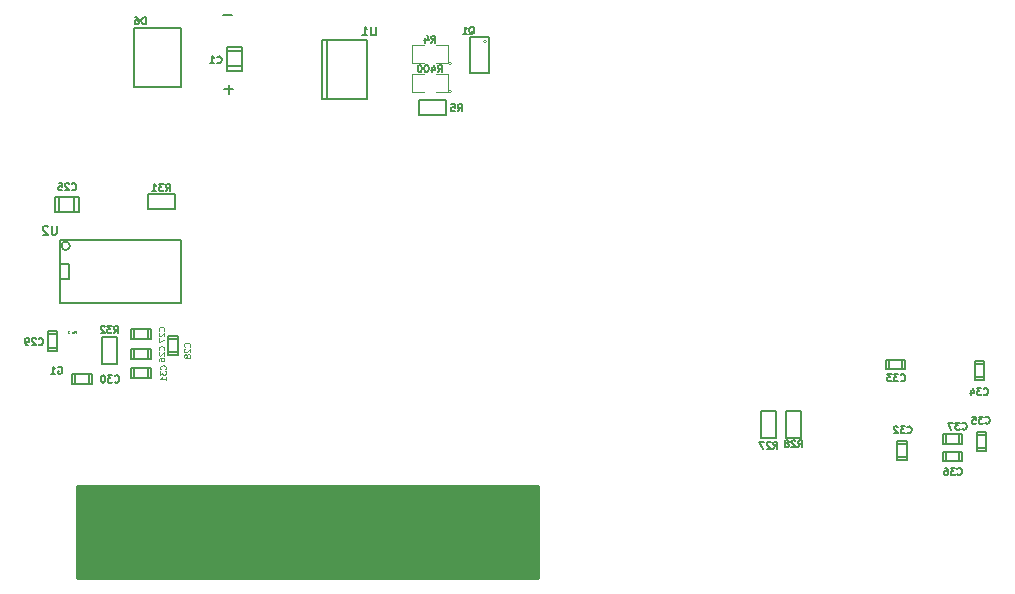
<source format=gbo>
%FSLAX46Y46*%
G04 Gerber Fmt 4.6, Leading zero omitted, Abs format (unit mm)*
G04 Created by KiCad (PCBNEW (2014-08-26 BZR 5101)-product) date Sat 30 Aug 2014 02:39:02 AM EDT*
%MOMM*%
G01*
G04 APERTURE LIST*
%ADD10C,0.100000*%
%ADD11C,0.050000*%
%ADD12C,0.127000*%
%ADD13C,0.200000*%
%ADD14C,0.099060*%
%ADD15C,0.150000*%
%ADD16C,0.125000*%
%ADD17C,0.187500*%
%ADD18C,0.254000*%
G04 APERTURE END LIST*
D10*
D11*
X87861904Y-58040476D02*
X87861904Y-57840476D01*
X87785713Y-57840476D01*
X87766666Y-57850000D01*
X87757142Y-57859524D01*
X87747618Y-57878571D01*
X87747618Y-57907143D01*
X87757142Y-57926190D01*
X87766666Y-57935714D01*
X87785713Y-57945238D01*
X87861904Y-57945238D01*
X87661904Y-58040476D02*
X87661904Y-57907143D01*
X87661904Y-57840476D02*
X87671428Y-57850000D01*
X87661904Y-57859524D01*
X87652380Y-57850000D01*
X87661904Y-57840476D01*
X87661904Y-57859524D01*
X87566666Y-57907143D02*
X87566666Y-58040476D01*
X87566666Y-57926190D02*
X87557142Y-57916667D01*
X87538095Y-57907143D01*
X87509523Y-57907143D01*
X87490475Y-57916667D01*
X87480952Y-57935714D01*
X87480952Y-58040476D01*
X87128571Y-58040476D02*
X87242857Y-58040476D01*
X87185714Y-58040476D02*
X87185714Y-57840476D01*
X87204762Y-57869048D01*
X87223809Y-57888095D01*
X87242857Y-57897619D01*
D12*
X100615000Y-35435000D02*
X101885000Y-35435000D01*
X100615000Y-34165000D02*
X101859600Y-34165000D01*
X100615000Y-33784000D02*
X100615000Y-35816000D01*
X100615000Y-35816000D02*
X101885000Y-35816000D01*
X101885000Y-35816000D02*
X101885000Y-33784000D01*
X101885000Y-33784000D02*
X100615000Y-33784000D01*
X87685000Y-47785000D02*
X87685000Y-46515000D01*
X86415000Y-47785000D02*
X86415000Y-46540400D01*
X86034000Y-47785000D02*
X88066000Y-47785000D01*
X88066000Y-47785000D02*
X88066000Y-46515000D01*
X88066000Y-46515000D02*
X86034000Y-46515000D01*
X86034000Y-46515000D02*
X86034000Y-47785000D01*
X92791200Y-60206400D02*
X92791200Y-59393600D01*
X93908800Y-59419000D02*
X93908800Y-60206400D01*
X94162800Y-59393600D02*
X92537200Y-59393600D01*
X92537200Y-59393600D02*
X92537200Y-60206400D01*
X92537200Y-60206400D02*
X94162800Y-60206400D01*
X94162800Y-60206400D02*
X94162800Y-59393600D01*
X92791200Y-58506400D02*
X92791200Y-57693600D01*
X93908800Y-57719000D02*
X93908800Y-58506400D01*
X94162800Y-57693600D02*
X92537200Y-57693600D01*
X92537200Y-57693600D02*
X92537200Y-58506400D01*
X92537200Y-58506400D02*
X94162800Y-58506400D01*
X94162800Y-58506400D02*
X94162800Y-57693600D01*
X95673600Y-58551200D02*
X96486400Y-58551200D01*
X96461000Y-59668800D02*
X95673600Y-59668800D01*
X96486400Y-59922800D02*
X96486400Y-58297200D01*
X96486400Y-58297200D02*
X95673600Y-58297200D01*
X95673600Y-58297200D02*
X95673600Y-59922800D01*
X95673600Y-59922800D02*
X96486400Y-59922800D01*
X85443600Y-58141200D02*
X86256400Y-58141200D01*
X86231000Y-59258800D02*
X85443600Y-59258800D01*
X86256400Y-59512800D02*
X86256400Y-57887200D01*
X86256400Y-57887200D02*
X85443600Y-57887200D01*
X85443600Y-57887200D02*
X85443600Y-59512800D01*
X85443600Y-59512800D02*
X86256400Y-59512800D01*
X88908800Y-61493600D02*
X88908800Y-62306400D01*
X87791200Y-62281000D02*
X87791200Y-61493600D01*
X87537200Y-62306400D02*
X89162800Y-62306400D01*
X89162800Y-62306400D02*
X89162800Y-61493600D01*
X89162800Y-61493600D02*
X87537200Y-61493600D01*
X87537200Y-61493600D02*
X87537200Y-62306400D01*
X92791200Y-61806400D02*
X92791200Y-60993600D01*
X93908800Y-61019000D02*
X93908800Y-61806400D01*
X94162800Y-60993600D02*
X92537200Y-60993600D01*
X92537200Y-60993600D02*
X92537200Y-61806400D01*
X92537200Y-61806400D02*
X94162800Y-61806400D01*
X94162800Y-61806400D02*
X94162800Y-60993600D01*
X158206400Y-68508800D02*
X157393600Y-68508800D01*
X157419000Y-67391200D02*
X158206400Y-67391200D01*
X157393600Y-67137200D02*
X157393600Y-68762800D01*
X157393600Y-68762800D02*
X158206400Y-68762800D01*
X158206400Y-68762800D02*
X158206400Y-67137200D01*
X158206400Y-67137200D02*
X157393600Y-67137200D01*
X156691200Y-61106400D02*
X156691200Y-60293600D01*
X157808800Y-60319000D02*
X157808800Y-61106400D01*
X158062800Y-60293600D02*
X156437200Y-60293600D01*
X156437200Y-60293600D02*
X156437200Y-61106400D01*
X156437200Y-61106400D02*
X158062800Y-61106400D01*
X158062800Y-61106400D02*
X158062800Y-60293600D01*
X163943600Y-60641200D02*
X164756400Y-60641200D01*
X164731000Y-61758800D02*
X163943600Y-61758800D01*
X164756400Y-62012800D02*
X164756400Y-60387200D01*
X164756400Y-60387200D02*
X163943600Y-60387200D01*
X163943600Y-60387200D02*
X163943600Y-62012800D01*
X163943600Y-62012800D02*
X164756400Y-62012800D01*
X164926400Y-67748800D02*
X164113600Y-67748800D01*
X164139000Y-66631200D02*
X164926400Y-66631200D01*
X164113600Y-66377200D02*
X164113600Y-68002800D01*
X164113600Y-68002800D02*
X164926400Y-68002800D01*
X164926400Y-68002800D02*
X164926400Y-66377200D01*
X164926400Y-66377200D02*
X164113600Y-66377200D01*
X162608800Y-68093600D02*
X162608800Y-68906400D01*
X161491200Y-68881000D02*
X161491200Y-68093600D01*
X161237200Y-68906400D02*
X162862800Y-68906400D01*
X162862800Y-68906400D02*
X162862800Y-68093600D01*
X162862800Y-68093600D02*
X161237200Y-68093600D01*
X161237200Y-68093600D02*
X161237200Y-68906400D01*
X162608800Y-66593600D02*
X162608800Y-67406400D01*
X161491200Y-67381000D02*
X161491200Y-66593600D01*
X161237200Y-67406400D02*
X162862800Y-67406400D01*
X162862800Y-67406400D02*
X162862800Y-66593600D01*
X162862800Y-66593600D02*
X161237200Y-66593600D01*
X161237200Y-66593600D02*
X161237200Y-67406400D01*
D13*
X92750000Y-37200000D02*
X96750000Y-37200000D01*
X92750000Y-32200000D02*
X92750000Y-37200000D01*
X96750000Y-32200000D02*
X92750000Y-32200000D01*
X96750000Y-37200000D02*
X96750000Y-32200000D01*
D10*
X122591421Y-33350000D02*
G75*
G03X122591421Y-33350000I-141421J0D01*
G74*
G01*
D13*
X121200000Y-36000000D02*
X122800000Y-36000000D01*
X121200000Y-33000000D02*
X121200000Y-36000000D01*
X122800000Y-33000000D02*
X121200000Y-33000000D01*
X122800000Y-36000000D02*
X122800000Y-33000000D01*
D14*
X119628000Y-35212000D02*
G75*
G03X119628000Y-35212000I-127000J0D01*
G74*
G01*
X118358000Y-35212000D02*
X119374000Y-35212000D01*
X119374000Y-35212000D02*
X119374000Y-33688000D01*
X119374000Y-33688000D02*
X118358000Y-33688000D01*
X117342000Y-33688000D02*
X116326000Y-33688000D01*
X116326000Y-33688000D02*
X116326000Y-35212000D01*
X116326000Y-35212000D02*
X117342000Y-35212000D01*
D12*
X116907000Y-39585000D02*
X119193000Y-39585000D01*
X119193000Y-39585000D02*
X119193000Y-38315000D01*
X119193000Y-38315000D02*
X116907000Y-38315000D01*
X116907000Y-38315000D02*
X116907000Y-39585000D01*
X145815000Y-64657000D02*
X145815000Y-66943000D01*
X145815000Y-66943000D02*
X147085000Y-66943000D01*
X147085000Y-66943000D02*
X147085000Y-64657000D01*
X147085000Y-64657000D02*
X145815000Y-64657000D01*
X149235000Y-66943000D02*
X149235000Y-64657000D01*
X149235000Y-64657000D02*
X147965000Y-64657000D01*
X147965000Y-64657000D02*
X147965000Y-66943000D01*
X147965000Y-66943000D02*
X149235000Y-66943000D01*
X93907000Y-47535000D02*
X96193000Y-47535000D01*
X96193000Y-47535000D02*
X96193000Y-46265000D01*
X96193000Y-46265000D02*
X93907000Y-46265000D01*
X93907000Y-46265000D02*
X93907000Y-47535000D01*
X91335000Y-60693000D02*
X91335000Y-58407000D01*
X91335000Y-58407000D02*
X90065000Y-58407000D01*
X90065000Y-58407000D02*
X90065000Y-60693000D01*
X90065000Y-60693000D02*
X91335000Y-60693000D01*
D14*
X119628000Y-37612000D02*
G75*
G03X119628000Y-37612000I-127000J0D01*
G74*
G01*
X118358000Y-37612000D02*
X119374000Y-37612000D01*
X119374000Y-37612000D02*
X119374000Y-36088000D01*
X119374000Y-36088000D02*
X118358000Y-36088000D01*
X117342000Y-36088000D02*
X116326000Y-36088000D01*
X116326000Y-36088000D02*
X116326000Y-37612000D01*
X116326000Y-37612000D02*
X117342000Y-37612000D01*
D13*
X109100000Y-38200000D02*
X109100000Y-33200000D01*
X112500000Y-38200000D02*
X112450000Y-38200000D01*
X112500000Y-33200000D02*
X112500000Y-38200000D01*
X108700000Y-33200000D02*
X112500000Y-33200000D01*
X108700000Y-38200000D02*
X108700000Y-33200000D01*
X112500000Y-38200000D02*
X108700000Y-38200000D01*
D12*
X87337210Y-50641000D02*
G75*
G03X87337210Y-50641000I-359210J0D01*
G74*
G01*
X86470000Y-53435000D02*
X87232000Y-53435000D01*
X87232000Y-53435000D02*
X87232000Y-52165000D01*
X87232000Y-52165000D02*
X86470000Y-52165000D01*
X96757000Y-50133000D02*
X86470000Y-50133000D01*
X86470000Y-55467000D02*
X96757000Y-55467000D01*
X86470000Y-55467000D02*
X86470000Y-50133000D01*
X96757000Y-55467000D02*
X96757000Y-50133000D01*
D15*
X99800000Y-35134286D02*
X99828571Y-35162857D01*
X99914285Y-35191429D01*
X99971428Y-35191429D01*
X100057143Y-35162857D01*
X100114285Y-35105714D01*
X100142857Y-35048571D01*
X100171428Y-34934286D01*
X100171428Y-34848571D01*
X100142857Y-34734286D01*
X100114285Y-34677143D01*
X100057143Y-34620000D01*
X99971428Y-34591429D01*
X99914285Y-34591429D01*
X99828571Y-34620000D01*
X99800000Y-34648571D01*
X99228571Y-35191429D02*
X99571428Y-35191429D01*
X99400000Y-35191429D02*
X99400000Y-34591429D01*
X99457143Y-34677143D01*
X99514285Y-34734286D01*
X99571428Y-34762857D01*
X87485715Y-45884286D02*
X87514286Y-45912857D01*
X87600000Y-45941429D01*
X87657143Y-45941429D01*
X87742858Y-45912857D01*
X87800000Y-45855714D01*
X87828572Y-45798571D01*
X87857143Y-45684286D01*
X87857143Y-45598571D01*
X87828572Y-45484286D01*
X87800000Y-45427143D01*
X87742858Y-45370000D01*
X87657143Y-45341429D01*
X87600000Y-45341429D01*
X87514286Y-45370000D01*
X87485715Y-45398571D01*
X87257143Y-45398571D02*
X87228572Y-45370000D01*
X87171429Y-45341429D01*
X87028572Y-45341429D01*
X86971429Y-45370000D01*
X86942858Y-45398571D01*
X86914286Y-45455714D01*
X86914286Y-45512857D01*
X86942858Y-45598571D01*
X87285715Y-45941429D01*
X86914286Y-45941429D01*
X86371429Y-45341429D02*
X86657143Y-45341429D01*
X86685714Y-45627143D01*
X86657143Y-45598571D01*
X86600000Y-45570000D01*
X86457143Y-45570000D01*
X86400000Y-45598571D01*
X86371429Y-45627143D01*
X86342857Y-45684286D01*
X86342857Y-45827143D01*
X86371429Y-45884286D01*
X86400000Y-45912857D01*
X86457143Y-45941429D01*
X86600000Y-45941429D01*
X86657143Y-45912857D01*
X86685714Y-45884286D01*
D16*
X95288571Y-59468572D02*
X95312381Y-59444762D01*
X95336190Y-59373334D01*
X95336190Y-59325715D01*
X95312381Y-59254286D01*
X95264762Y-59206667D01*
X95217143Y-59182858D01*
X95121905Y-59159048D01*
X95050476Y-59159048D01*
X94955238Y-59182858D01*
X94907619Y-59206667D01*
X94860000Y-59254286D01*
X94836190Y-59325715D01*
X94836190Y-59373334D01*
X94860000Y-59444762D01*
X94883810Y-59468572D01*
X94883810Y-59659048D02*
X94860000Y-59682858D01*
X94836190Y-59730477D01*
X94836190Y-59849524D01*
X94860000Y-59897143D01*
X94883810Y-59920953D01*
X94931429Y-59944762D01*
X94979048Y-59944762D01*
X95050476Y-59920953D01*
X95336190Y-59635239D01*
X95336190Y-59944762D01*
X94836190Y-60373333D02*
X94836190Y-60278095D01*
X94860000Y-60230476D01*
X94883810Y-60206667D01*
X94955238Y-60159048D01*
X95050476Y-60135238D01*
X95240952Y-60135238D01*
X95288571Y-60159048D01*
X95312381Y-60182857D01*
X95336190Y-60230476D01*
X95336190Y-60325714D01*
X95312381Y-60373333D01*
X95288571Y-60397143D01*
X95240952Y-60420952D01*
X95121905Y-60420952D01*
X95074286Y-60397143D01*
X95050476Y-60373333D01*
X95026667Y-60325714D01*
X95026667Y-60230476D01*
X95050476Y-60182857D01*
X95074286Y-60159048D01*
X95121905Y-60135238D01*
X95288571Y-57838572D02*
X95312381Y-57814762D01*
X95336190Y-57743334D01*
X95336190Y-57695715D01*
X95312381Y-57624286D01*
X95264762Y-57576667D01*
X95217143Y-57552858D01*
X95121905Y-57529048D01*
X95050476Y-57529048D01*
X94955238Y-57552858D01*
X94907619Y-57576667D01*
X94860000Y-57624286D01*
X94836190Y-57695715D01*
X94836190Y-57743334D01*
X94860000Y-57814762D01*
X94883810Y-57838572D01*
X94883810Y-58029048D02*
X94860000Y-58052858D01*
X94836190Y-58100477D01*
X94836190Y-58219524D01*
X94860000Y-58267143D01*
X94883810Y-58290953D01*
X94931429Y-58314762D01*
X94979048Y-58314762D01*
X95050476Y-58290953D01*
X95336190Y-58005239D01*
X95336190Y-58314762D01*
X94836190Y-58481429D02*
X94836190Y-58814762D01*
X95336190Y-58600476D01*
D10*
X97458571Y-59178572D02*
X97482381Y-59154762D01*
X97506190Y-59083334D01*
X97506190Y-59035715D01*
X97482381Y-58964286D01*
X97434762Y-58916667D01*
X97387143Y-58892858D01*
X97291905Y-58869048D01*
X97220476Y-58869048D01*
X97125238Y-58892858D01*
X97077619Y-58916667D01*
X97030000Y-58964286D01*
X97006190Y-59035715D01*
X97006190Y-59083334D01*
X97030000Y-59154762D01*
X97053810Y-59178572D01*
X97053810Y-59369048D02*
X97030000Y-59392858D01*
X97006190Y-59440477D01*
X97006190Y-59559524D01*
X97030000Y-59607143D01*
X97053810Y-59630953D01*
X97101429Y-59654762D01*
X97149048Y-59654762D01*
X97220476Y-59630953D01*
X97506190Y-59345239D01*
X97506190Y-59654762D01*
X97220476Y-59940476D02*
X97196667Y-59892857D01*
X97172857Y-59869048D01*
X97125238Y-59845238D01*
X97101429Y-59845238D01*
X97053810Y-59869048D01*
X97030000Y-59892857D01*
X97006190Y-59940476D01*
X97006190Y-60035714D01*
X97030000Y-60083333D01*
X97053810Y-60107143D01*
X97101429Y-60130952D01*
X97125238Y-60130952D01*
X97172857Y-60107143D01*
X97196667Y-60083333D01*
X97220476Y-60035714D01*
X97220476Y-59940476D01*
X97244286Y-59892857D01*
X97268095Y-59869048D01*
X97315714Y-59845238D01*
X97410952Y-59845238D01*
X97458571Y-59869048D01*
X97482381Y-59892857D01*
X97506190Y-59940476D01*
X97506190Y-60035714D01*
X97482381Y-60083333D01*
X97458571Y-60107143D01*
X97410952Y-60130952D01*
X97315714Y-60130952D01*
X97268095Y-60107143D01*
X97244286Y-60083333D01*
X97220476Y-60035714D01*
D15*
X84675715Y-58984286D02*
X84704286Y-59012857D01*
X84790000Y-59041429D01*
X84847143Y-59041429D01*
X84932858Y-59012857D01*
X84990000Y-58955714D01*
X85018572Y-58898571D01*
X85047143Y-58784286D01*
X85047143Y-58698571D01*
X85018572Y-58584286D01*
X84990000Y-58527143D01*
X84932858Y-58470000D01*
X84847143Y-58441429D01*
X84790000Y-58441429D01*
X84704286Y-58470000D01*
X84675715Y-58498571D01*
X84447143Y-58498571D02*
X84418572Y-58470000D01*
X84361429Y-58441429D01*
X84218572Y-58441429D01*
X84161429Y-58470000D01*
X84132858Y-58498571D01*
X84104286Y-58555714D01*
X84104286Y-58612857D01*
X84132858Y-58698571D01*
X84475715Y-59041429D01*
X84104286Y-59041429D01*
X83818571Y-59041429D02*
X83704286Y-59041429D01*
X83647143Y-59012857D01*
X83618571Y-58984286D01*
X83561429Y-58898571D01*
X83532857Y-58784286D01*
X83532857Y-58555714D01*
X83561429Y-58498571D01*
X83590000Y-58470000D01*
X83647143Y-58441429D01*
X83761429Y-58441429D01*
X83818571Y-58470000D01*
X83847143Y-58498571D01*
X83875714Y-58555714D01*
X83875714Y-58698571D01*
X83847143Y-58755714D01*
X83818571Y-58784286D01*
X83761429Y-58812857D01*
X83647143Y-58812857D01*
X83590000Y-58784286D01*
X83561429Y-58755714D01*
X83532857Y-58698571D01*
X91105715Y-62164286D02*
X91134286Y-62192857D01*
X91220000Y-62221429D01*
X91277143Y-62221429D01*
X91362858Y-62192857D01*
X91420000Y-62135714D01*
X91448572Y-62078571D01*
X91477143Y-61964286D01*
X91477143Y-61878571D01*
X91448572Y-61764286D01*
X91420000Y-61707143D01*
X91362858Y-61650000D01*
X91277143Y-61621429D01*
X91220000Y-61621429D01*
X91134286Y-61650000D01*
X91105715Y-61678571D01*
X90905715Y-61621429D02*
X90534286Y-61621429D01*
X90734286Y-61850000D01*
X90648572Y-61850000D01*
X90591429Y-61878571D01*
X90562858Y-61907143D01*
X90534286Y-61964286D01*
X90534286Y-62107143D01*
X90562858Y-62164286D01*
X90591429Y-62192857D01*
X90648572Y-62221429D01*
X90820000Y-62221429D01*
X90877143Y-62192857D01*
X90905715Y-62164286D01*
X90162857Y-61621429D02*
X90105714Y-61621429D01*
X90048571Y-61650000D01*
X90020000Y-61678571D01*
X89991429Y-61735714D01*
X89962857Y-61850000D01*
X89962857Y-61992857D01*
X89991429Y-62107143D01*
X90020000Y-62164286D01*
X90048571Y-62192857D01*
X90105714Y-62221429D01*
X90162857Y-62221429D01*
X90220000Y-62192857D01*
X90248571Y-62164286D01*
X90277143Y-62107143D01*
X90305714Y-61992857D01*
X90305714Y-61850000D01*
X90277143Y-61735714D01*
X90248571Y-61678571D01*
X90220000Y-61650000D01*
X90162857Y-61621429D01*
D16*
X95418571Y-61088572D02*
X95442381Y-61064762D01*
X95466190Y-60993334D01*
X95466190Y-60945715D01*
X95442381Y-60874286D01*
X95394762Y-60826667D01*
X95347143Y-60802858D01*
X95251905Y-60779048D01*
X95180476Y-60779048D01*
X95085238Y-60802858D01*
X95037619Y-60826667D01*
X94990000Y-60874286D01*
X94966190Y-60945715D01*
X94966190Y-60993334D01*
X94990000Y-61064762D01*
X95013810Y-61088572D01*
X94966190Y-61255239D02*
X94966190Y-61564762D01*
X95156667Y-61398096D01*
X95156667Y-61469524D01*
X95180476Y-61517143D01*
X95204286Y-61540953D01*
X95251905Y-61564762D01*
X95370952Y-61564762D01*
X95418571Y-61540953D01*
X95442381Y-61517143D01*
X95466190Y-61469524D01*
X95466190Y-61326667D01*
X95442381Y-61279048D01*
X95418571Y-61255239D01*
X95466190Y-62040952D02*
X95466190Y-61755238D01*
X95466190Y-61898095D02*
X94966190Y-61898095D01*
X95037619Y-61850476D01*
X95085238Y-61802857D01*
X95109048Y-61755238D01*
D15*
X158225715Y-66464286D02*
X158254286Y-66492857D01*
X158340000Y-66521429D01*
X158397143Y-66521429D01*
X158482858Y-66492857D01*
X158540000Y-66435714D01*
X158568572Y-66378571D01*
X158597143Y-66264286D01*
X158597143Y-66178571D01*
X158568572Y-66064286D01*
X158540000Y-66007143D01*
X158482858Y-65950000D01*
X158397143Y-65921429D01*
X158340000Y-65921429D01*
X158254286Y-65950000D01*
X158225715Y-65978571D01*
X158025715Y-65921429D02*
X157654286Y-65921429D01*
X157854286Y-66150000D01*
X157768572Y-66150000D01*
X157711429Y-66178571D01*
X157682858Y-66207143D01*
X157654286Y-66264286D01*
X157654286Y-66407143D01*
X157682858Y-66464286D01*
X157711429Y-66492857D01*
X157768572Y-66521429D01*
X157940000Y-66521429D01*
X157997143Y-66492857D01*
X158025715Y-66464286D01*
X157425714Y-65978571D02*
X157397143Y-65950000D01*
X157340000Y-65921429D01*
X157197143Y-65921429D01*
X157140000Y-65950000D01*
X157111429Y-65978571D01*
X157082857Y-66035714D01*
X157082857Y-66092857D01*
X157111429Y-66178571D01*
X157454286Y-66521429D01*
X157082857Y-66521429D01*
X157675715Y-62054286D02*
X157704286Y-62082857D01*
X157790000Y-62111429D01*
X157847143Y-62111429D01*
X157932858Y-62082857D01*
X157990000Y-62025714D01*
X158018572Y-61968571D01*
X158047143Y-61854286D01*
X158047143Y-61768571D01*
X158018572Y-61654286D01*
X157990000Y-61597143D01*
X157932858Y-61540000D01*
X157847143Y-61511429D01*
X157790000Y-61511429D01*
X157704286Y-61540000D01*
X157675715Y-61568571D01*
X157475715Y-61511429D02*
X157104286Y-61511429D01*
X157304286Y-61740000D01*
X157218572Y-61740000D01*
X157161429Y-61768571D01*
X157132858Y-61797143D01*
X157104286Y-61854286D01*
X157104286Y-61997143D01*
X157132858Y-62054286D01*
X157161429Y-62082857D01*
X157218572Y-62111429D01*
X157390000Y-62111429D01*
X157447143Y-62082857D01*
X157475715Y-62054286D01*
X156904286Y-61511429D02*
X156532857Y-61511429D01*
X156732857Y-61740000D01*
X156647143Y-61740000D01*
X156590000Y-61768571D01*
X156561429Y-61797143D01*
X156532857Y-61854286D01*
X156532857Y-61997143D01*
X156561429Y-62054286D01*
X156590000Y-62082857D01*
X156647143Y-62111429D01*
X156818571Y-62111429D01*
X156875714Y-62082857D01*
X156904286Y-62054286D01*
X164695715Y-63234286D02*
X164724286Y-63262857D01*
X164810000Y-63291429D01*
X164867143Y-63291429D01*
X164952858Y-63262857D01*
X165010000Y-63205714D01*
X165038572Y-63148571D01*
X165067143Y-63034286D01*
X165067143Y-62948571D01*
X165038572Y-62834286D01*
X165010000Y-62777143D01*
X164952858Y-62720000D01*
X164867143Y-62691429D01*
X164810000Y-62691429D01*
X164724286Y-62720000D01*
X164695715Y-62748571D01*
X164495715Y-62691429D02*
X164124286Y-62691429D01*
X164324286Y-62920000D01*
X164238572Y-62920000D01*
X164181429Y-62948571D01*
X164152858Y-62977143D01*
X164124286Y-63034286D01*
X164124286Y-63177143D01*
X164152858Y-63234286D01*
X164181429Y-63262857D01*
X164238572Y-63291429D01*
X164410000Y-63291429D01*
X164467143Y-63262857D01*
X164495715Y-63234286D01*
X163610000Y-62891429D02*
X163610000Y-63291429D01*
X163752857Y-62662857D02*
X163895714Y-63091429D01*
X163524286Y-63091429D01*
X164845715Y-65654286D02*
X164874286Y-65682857D01*
X164960000Y-65711429D01*
X165017143Y-65711429D01*
X165102858Y-65682857D01*
X165160000Y-65625714D01*
X165188572Y-65568571D01*
X165217143Y-65454286D01*
X165217143Y-65368571D01*
X165188572Y-65254286D01*
X165160000Y-65197143D01*
X165102858Y-65140000D01*
X165017143Y-65111429D01*
X164960000Y-65111429D01*
X164874286Y-65140000D01*
X164845715Y-65168571D01*
X164645715Y-65111429D02*
X164274286Y-65111429D01*
X164474286Y-65340000D01*
X164388572Y-65340000D01*
X164331429Y-65368571D01*
X164302858Y-65397143D01*
X164274286Y-65454286D01*
X164274286Y-65597143D01*
X164302858Y-65654286D01*
X164331429Y-65682857D01*
X164388572Y-65711429D01*
X164560000Y-65711429D01*
X164617143Y-65682857D01*
X164645715Y-65654286D01*
X163731429Y-65111429D02*
X164017143Y-65111429D01*
X164045714Y-65397143D01*
X164017143Y-65368571D01*
X163960000Y-65340000D01*
X163817143Y-65340000D01*
X163760000Y-65368571D01*
X163731429Y-65397143D01*
X163702857Y-65454286D01*
X163702857Y-65597143D01*
X163731429Y-65654286D01*
X163760000Y-65682857D01*
X163817143Y-65711429D01*
X163960000Y-65711429D01*
X164017143Y-65682857D01*
X164045714Y-65654286D01*
X162475715Y-69994286D02*
X162504286Y-70022857D01*
X162590000Y-70051429D01*
X162647143Y-70051429D01*
X162732858Y-70022857D01*
X162790000Y-69965714D01*
X162818572Y-69908571D01*
X162847143Y-69794286D01*
X162847143Y-69708571D01*
X162818572Y-69594286D01*
X162790000Y-69537143D01*
X162732858Y-69480000D01*
X162647143Y-69451429D01*
X162590000Y-69451429D01*
X162504286Y-69480000D01*
X162475715Y-69508571D01*
X162275715Y-69451429D02*
X161904286Y-69451429D01*
X162104286Y-69680000D01*
X162018572Y-69680000D01*
X161961429Y-69708571D01*
X161932858Y-69737143D01*
X161904286Y-69794286D01*
X161904286Y-69937143D01*
X161932858Y-69994286D01*
X161961429Y-70022857D01*
X162018572Y-70051429D01*
X162190000Y-70051429D01*
X162247143Y-70022857D01*
X162275715Y-69994286D01*
X161390000Y-69451429D02*
X161504286Y-69451429D01*
X161561429Y-69480000D01*
X161590000Y-69508571D01*
X161647143Y-69594286D01*
X161675714Y-69708571D01*
X161675714Y-69937143D01*
X161647143Y-69994286D01*
X161618571Y-70022857D01*
X161561429Y-70051429D01*
X161447143Y-70051429D01*
X161390000Y-70022857D01*
X161361429Y-69994286D01*
X161332857Y-69937143D01*
X161332857Y-69794286D01*
X161361429Y-69737143D01*
X161390000Y-69708571D01*
X161447143Y-69680000D01*
X161561429Y-69680000D01*
X161618571Y-69708571D01*
X161647143Y-69737143D01*
X161675714Y-69794286D01*
X162875715Y-66164286D02*
X162904286Y-66192857D01*
X162990000Y-66221429D01*
X163047143Y-66221429D01*
X163132858Y-66192857D01*
X163190000Y-66135714D01*
X163218572Y-66078571D01*
X163247143Y-65964286D01*
X163247143Y-65878571D01*
X163218572Y-65764286D01*
X163190000Y-65707143D01*
X163132858Y-65650000D01*
X163047143Y-65621429D01*
X162990000Y-65621429D01*
X162904286Y-65650000D01*
X162875715Y-65678571D01*
X162675715Y-65621429D02*
X162304286Y-65621429D01*
X162504286Y-65850000D01*
X162418572Y-65850000D01*
X162361429Y-65878571D01*
X162332858Y-65907143D01*
X162304286Y-65964286D01*
X162304286Y-66107143D01*
X162332858Y-66164286D01*
X162361429Y-66192857D01*
X162418572Y-66221429D01*
X162590000Y-66221429D01*
X162647143Y-66192857D01*
X162675715Y-66164286D01*
X162104286Y-65621429D02*
X161704286Y-65621429D01*
X161961429Y-66221429D01*
X93732857Y-31901429D02*
X93732857Y-31301429D01*
X93590000Y-31301429D01*
X93504285Y-31330000D01*
X93447143Y-31387143D01*
X93418571Y-31444286D01*
X93390000Y-31558571D01*
X93390000Y-31644286D01*
X93418571Y-31758571D01*
X93447143Y-31815714D01*
X93504285Y-31872857D01*
X93590000Y-31901429D01*
X93732857Y-31901429D01*
X92875714Y-31301429D02*
X92990000Y-31301429D01*
X93047143Y-31330000D01*
X93075714Y-31358571D01*
X93132857Y-31444286D01*
X93161428Y-31558571D01*
X93161428Y-31787143D01*
X93132857Y-31844286D01*
X93104285Y-31872857D01*
X93047143Y-31901429D01*
X92932857Y-31901429D01*
X92875714Y-31872857D01*
X92847143Y-31844286D01*
X92818571Y-31787143D01*
X92818571Y-31644286D01*
X92847143Y-31587143D01*
X92875714Y-31558571D01*
X92932857Y-31530000D01*
X93047143Y-31530000D01*
X93104285Y-31558571D01*
X93132857Y-31587143D01*
X93161428Y-31644286D01*
X101030952Y-31121429D02*
X100269047Y-31121429D01*
X100771429Y-37019048D02*
X100771429Y-37780953D01*
X101152381Y-37400001D02*
X100390476Y-37400001D01*
X86338571Y-60910000D02*
X86395714Y-60881429D01*
X86481428Y-60881429D01*
X86567143Y-60910000D01*
X86624285Y-60967143D01*
X86652857Y-61024286D01*
X86681428Y-61138571D01*
X86681428Y-61224286D01*
X86652857Y-61338571D01*
X86624285Y-61395714D01*
X86567143Y-61452857D01*
X86481428Y-61481429D01*
X86424285Y-61481429D01*
X86338571Y-61452857D01*
X86310000Y-61424286D01*
X86310000Y-61224286D01*
X86424285Y-61224286D01*
X85738571Y-61481429D02*
X86081428Y-61481429D01*
X85910000Y-61481429D02*
X85910000Y-60881429D01*
X85967143Y-60967143D01*
X86024285Y-61024286D01*
X86081428Y-61052857D01*
X121127143Y-32748571D02*
X121184286Y-32720000D01*
X121241429Y-32662857D01*
X121327143Y-32577143D01*
X121384286Y-32548571D01*
X121441429Y-32548571D01*
X121412857Y-32691429D02*
X121470000Y-32662857D01*
X121527143Y-32605714D01*
X121555714Y-32491429D01*
X121555714Y-32291429D01*
X121527143Y-32177143D01*
X121470000Y-32120000D01*
X121412857Y-32091429D01*
X121298571Y-32091429D01*
X121241429Y-32120000D01*
X121184286Y-32177143D01*
X121155714Y-32291429D01*
X121155714Y-32491429D01*
X121184286Y-32605714D01*
X121241429Y-32662857D01*
X121298571Y-32691429D01*
X121412857Y-32691429D01*
X120584286Y-32691429D02*
X120927143Y-32691429D01*
X120755715Y-32691429D02*
X120755715Y-32091429D01*
X120812858Y-32177143D01*
X120870000Y-32234286D01*
X120927143Y-32262857D01*
X117920000Y-33441429D02*
X118120000Y-33155714D01*
X118262857Y-33441429D02*
X118262857Y-32841429D01*
X118034285Y-32841429D01*
X117977143Y-32870000D01*
X117948571Y-32898571D01*
X117920000Y-32955714D01*
X117920000Y-33041429D01*
X117948571Y-33098571D01*
X117977143Y-33127143D01*
X118034285Y-33155714D01*
X118262857Y-33155714D01*
X117405714Y-33041429D02*
X117405714Y-33441429D01*
X117548571Y-32812857D02*
X117691428Y-33241429D01*
X117320000Y-33241429D01*
X120170000Y-39261429D02*
X120370000Y-38975714D01*
X120512857Y-39261429D02*
X120512857Y-38661429D01*
X120284285Y-38661429D01*
X120227143Y-38690000D01*
X120198571Y-38718571D01*
X120170000Y-38775714D01*
X120170000Y-38861429D01*
X120198571Y-38918571D01*
X120227143Y-38947143D01*
X120284285Y-38975714D01*
X120512857Y-38975714D01*
X119627143Y-38661429D02*
X119912857Y-38661429D01*
X119941428Y-38947143D01*
X119912857Y-38918571D01*
X119855714Y-38890000D01*
X119712857Y-38890000D01*
X119655714Y-38918571D01*
X119627143Y-38947143D01*
X119598571Y-39004286D01*
X119598571Y-39147143D01*
X119627143Y-39204286D01*
X119655714Y-39232857D01*
X119712857Y-39261429D01*
X119855714Y-39261429D01*
X119912857Y-39232857D01*
X119941428Y-39204286D01*
X146885715Y-67821429D02*
X147085715Y-67535714D01*
X147228572Y-67821429D02*
X147228572Y-67221429D01*
X147000000Y-67221429D01*
X146942858Y-67250000D01*
X146914286Y-67278571D01*
X146885715Y-67335714D01*
X146885715Y-67421429D01*
X146914286Y-67478571D01*
X146942858Y-67507143D01*
X147000000Y-67535714D01*
X147228572Y-67535714D01*
X146657143Y-67278571D02*
X146628572Y-67250000D01*
X146571429Y-67221429D01*
X146428572Y-67221429D01*
X146371429Y-67250000D01*
X146342858Y-67278571D01*
X146314286Y-67335714D01*
X146314286Y-67392857D01*
X146342858Y-67478571D01*
X146685715Y-67821429D01*
X146314286Y-67821429D01*
X146114286Y-67221429D02*
X145714286Y-67221429D01*
X145971429Y-67821429D01*
X148975715Y-67711429D02*
X149175715Y-67425714D01*
X149318572Y-67711429D02*
X149318572Y-67111429D01*
X149090000Y-67111429D01*
X149032858Y-67140000D01*
X149004286Y-67168571D01*
X148975715Y-67225714D01*
X148975715Y-67311429D01*
X149004286Y-67368571D01*
X149032858Y-67397143D01*
X149090000Y-67425714D01*
X149318572Y-67425714D01*
X148747143Y-67168571D02*
X148718572Y-67140000D01*
X148661429Y-67111429D01*
X148518572Y-67111429D01*
X148461429Y-67140000D01*
X148432858Y-67168571D01*
X148404286Y-67225714D01*
X148404286Y-67282857D01*
X148432858Y-67368571D01*
X148775715Y-67711429D01*
X148404286Y-67711429D01*
X148061429Y-67368571D02*
X148118571Y-67340000D01*
X148147143Y-67311429D01*
X148175714Y-67254286D01*
X148175714Y-67225714D01*
X148147143Y-67168571D01*
X148118571Y-67140000D01*
X148061429Y-67111429D01*
X147947143Y-67111429D01*
X147890000Y-67140000D01*
X147861429Y-67168571D01*
X147832857Y-67225714D01*
X147832857Y-67254286D01*
X147861429Y-67311429D01*
X147890000Y-67340000D01*
X147947143Y-67368571D01*
X148061429Y-67368571D01*
X148118571Y-67397143D01*
X148147143Y-67425714D01*
X148175714Y-67482857D01*
X148175714Y-67597143D01*
X148147143Y-67654286D01*
X148118571Y-67682857D01*
X148061429Y-67711429D01*
X147947143Y-67711429D01*
X147890000Y-67682857D01*
X147861429Y-67654286D01*
X147832857Y-67597143D01*
X147832857Y-67482857D01*
X147861429Y-67425714D01*
X147890000Y-67397143D01*
X147947143Y-67368571D01*
X95455715Y-46001429D02*
X95655715Y-45715714D01*
X95798572Y-46001429D02*
X95798572Y-45401429D01*
X95570000Y-45401429D01*
X95512858Y-45430000D01*
X95484286Y-45458571D01*
X95455715Y-45515714D01*
X95455715Y-45601429D01*
X95484286Y-45658571D01*
X95512858Y-45687143D01*
X95570000Y-45715714D01*
X95798572Y-45715714D01*
X95255715Y-45401429D02*
X94884286Y-45401429D01*
X95084286Y-45630000D01*
X94998572Y-45630000D01*
X94941429Y-45658571D01*
X94912858Y-45687143D01*
X94884286Y-45744286D01*
X94884286Y-45887143D01*
X94912858Y-45944286D01*
X94941429Y-45972857D01*
X94998572Y-46001429D01*
X95170000Y-46001429D01*
X95227143Y-45972857D01*
X95255715Y-45944286D01*
X94312857Y-46001429D02*
X94655714Y-46001429D01*
X94484286Y-46001429D02*
X94484286Y-45401429D01*
X94541429Y-45487143D01*
X94598571Y-45544286D01*
X94655714Y-45572857D01*
X91075715Y-58041429D02*
X91275715Y-57755714D01*
X91418572Y-58041429D02*
X91418572Y-57441429D01*
X91190000Y-57441429D01*
X91132858Y-57470000D01*
X91104286Y-57498571D01*
X91075715Y-57555714D01*
X91075715Y-57641429D01*
X91104286Y-57698571D01*
X91132858Y-57727143D01*
X91190000Y-57755714D01*
X91418572Y-57755714D01*
X90875715Y-57441429D02*
X90504286Y-57441429D01*
X90704286Y-57670000D01*
X90618572Y-57670000D01*
X90561429Y-57698571D01*
X90532858Y-57727143D01*
X90504286Y-57784286D01*
X90504286Y-57927143D01*
X90532858Y-57984286D01*
X90561429Y-58012857D01*
X90618572Y-58041429D01*
X90790000Y-58041429D01*
X90847143Y-58012857D01*
X90875715Y-57984286D01*
X90275714Y-57498571D02*
X90247143Y-57470000D01*
X90190000Y-57441429D01*
X90047143Y-57441429D01*
X89990000Y-57470000D01*
X89961429Y-57498571D01*
X89932857Y-57555714D01*
X89932857Y-57612857D01*
X89961429Y-57698571D01*
X90304286Y-58041429D01*
X89932857Y-58041429D01*
X118491429Y-35941429D02*
X118691429Y-35655714D01*
X118834286Y-35941429D02*
X118834286Y-35341429D01*
X118605714Y-35341429D01*
X118548572Y-35370000D01*
X118520000Y-35398571D01*
X118491429Y-35455714D01*
X118491429Y-35541429D01*
X118520000Y-35598571D01*
X118548572Y-35627143D01*
X118605714Y-35655714D01*
X118834286Y-35655714D01*
X117977143Y-35541429D02*
X117977143Y-35941429D01*
X118120000Y-35312857D02*
X118262857Y-35741429D01*
X117891429Y-35741429D01*
X117548571Y-35341429D02*
X117491428Y-35341429D01*
X117434285Y-35370000D01*
X117405714Y-35398571D01*
X117377143Y-35455714D01*
X117348571Y-35570000D01*
X117348571Y-35712857D01*
X117377143Y-35827143D01*
X117405714Y-35884286D01*
X117434285Y-35912857D01*
X117491428Y-35941429D01*
X117548571Y-35941429D01*
X117605714Y-35912857D01*
X117634285Y-35884286D01*
X117662857Y-35827143D01*
X117691428Y-35712857D01*
X117691428Y-35570000D01*
X117662857Y-35455714D01*
X117634285Y-35398571D01*
X117605714Y-35370000D01*
X117548571Y-35341429D01*
X116977142Y-35341429D02*
X116919999Y-35341429D01*
X116862856Y-35370000D01*
X116834285Y-35398571D01*
X116805714Y-35455714D01*
X116777142Y-35570000D01*
X116777142Y-35712857D01*
X116805714Y-35827143D01*
X116834285Y-35884286D01*
X116862856Y-35912857D01*
X116919999Y-35941429D01*
X116977142Y-35941429D01*
X117034285Y-35912857D01*
X117062856Y-35884286D01*
X117091428Y-35827143D01*
X117119999Y-35712857D01*
X117119999Y-35570000D01*
X117091428Y-35455714D01*
X117062856Y-35398571D01*
X117034285Y-35370000D01*
X116977142Y-35341429D01*
D17*
X113251429Y-32089286D02*
X113251429Y-32696429D01*
X113215714Y-32767857D01*
X113180000Y-32803571D01*
X113108571Y-32839286D01*
X112965714Y-32839286D01*
X112894286Y-32803571D01*
X112858571Y-32767857D01*
X112822857Y-32696429D01*
X112822857Y-32089286D01*
X112072857Y-32839286D02*
X112501429Y-32839286D01*
X112287143Y-32839286D02*
X112287143Y-32089286D01*
X112358572Y-32196429D01*
X112430000Y-32267857D01*
X112501429Y-32303571D01*
D15*
X86230571Y-48952714D02*
X86230571Y-49569571D01*
X86194286Y-49642143D01*
X86158000Y-49678429D01*
X86085429Y-49714714D01*
X85940286Y-49714714D01*
X85867714Y-49678429D01*
X85831429Y-49642143D01*
X85795143Y-49569571D01*
X85795143Y-48952714D01*
X85468571Y-49025286D02*
X85432285Y-48989000D01*
X85359714Y-48952714D01*
X85178285Y-48952714D01*
X85105714Y-48989000D01*
X85069428Y-49025286D01*
X85033143Y-49097857D01*
X85033143Y-49170429D01*
X85069428Y-49279286D01*
X85504857Y-49714714D01*
X85033143Y-49714714D01*
D18*
G36*
X126993000Y-78802968D02*
X87897000Y-78793032D01*
X87897000Y-70947032D01*
X126993000Y-70956968D01*
X126993000Y-78802968D01*
X126993000Y-78802968D01*
G37*
X126993000Y-78802968D02*
X87897000Y-78793032D01*
X87897000Y-70947032D01*
X126993000Y-70956968D01*
X126993000Y-78802968D01*
M02*

</source>
